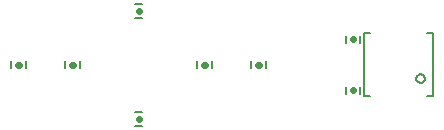
<source format=gbo>
G75*
%MOIN*%
%OFA0B0*%
%FSLAX25Y25*%
%IPPOS*%
%LPD*%
%AMOC8*
5,1,8,0,0,1.08239X$1,22.5*
%
%ADD10C,0.00600*%
%ADD11C,0.02200*%
%ADD12C,0.00500*%
D10*
X0065319Y0024138D02*
X0067681Y0024138D01*
X0067681Y0028862D02*
X0065319Y0028862D01*
X0046862Y0043319D02*
X0046862Y0045681D01*
X0042138Y0045681D02*
X0042138Y0043319D01*
X0028862Y0043319D02*
X0028862Y0045681D01*
X0024138Y0045681D02*
X0024138Y0043319D01*
X0065319Y0060138D02*
X0067681Y0060138D01*
X0067681Y0064862D02*
X0065319Y0064862D01*
X0086138Y0045681D02*
X0086138Y0043319D01*
X0090862Y0043319D02*
X0090862Y0045681D01*
X0104138Y0045681D02*
X0104138Y0043319D01*
X0108862Y0043319D02*
X0108862Y0045681D01*
X0135638Y0051819D02*
X0135638Y0054181D01*
X0140362Y0054181D02*
X0140362Y0051819D01*
X0140362Y0037181D02*
X0140362Y0034819D01*
X0135638Y0034819D02*
X0135638Y0037181D01*
D11*
X0137880Y0036000D02*
X0138120Y0036000D01*
X0106620Y0044500D02*
X0106380Y0044500D01*
X0088620Y0044500D02*
X0088380Y0044500D01*
X0066500Y0062380D02*
X0066500Y0062620D01*
X0044620Y0044500D02*
X0044380Y0044500D01*
X0026620Y0044500D02*
X0026380Y0044500D01*
X0066500Y0026620D02*
X0066500Y0026380D01*
X0137880Y0053000D02*
X0138120Y0053000D01*
D12*
X0141500Y0055000D02*
X0143500Y0055000D01*
X0141500Y0055000D02*
X0141500Y0034000D01*
X0143500Y0034000D01*
X0159086Y0040000D02*
X0159088Y0040075D01*
X0159094Y0040149D01*
X0159104Y0040223D01*
X0159117Y0040296D01*
X0159135Y0040369D01*
X0159156Y0040440D01*
X0159181Y0040511D01*
X0159210Y0040580D01*
X0159243Y0040647D01*
X0159279Y0040712D01*
X0159318Y0040776D01*
X0159360Y0040837D01*
X0159406Y0040896D01*
X0159455Y0040953D01*
X0159507Y0041006D01*
X0159561Y0041057D01*
X0159618Y0041106D01*
X0159678Y0041150D01*
X0159740Y0041192D01*
X0159804Y0041231D01*
X0159870Y0041266D01*
X0159937Y0041297D01*
X0160007Y0041325D01*
X0160077Y0041349D01*
X0160149Y0041370D01*
X0160222Y0041386D01*
X0160295Y0041399D01*
X0160370Y0041408D01*
X0160444Y0041413D01*
X0160519Y0041414D01*
X0160593Y0041411D01*
X0160668Y0041404D01*
X0160741Y0041393D01*
X0160815Y0041379D01*
X0160887Y0041360D01*
X0160958Y0041338D01*
X0161028Y0041312D01*
X0161097Y0041282D01*
X0161163Y0041249D01*
X0161228Y0041212D01*
X0161291Y0041172D01*
X0161352Y0041128D01*
X0161410Y0041082D01*
X0161466Y0041032D01*
X0161519Y0040980D01*
X0161570Y0040925D01*
X0161617Y0040867D01*
X0161661Y0040807D01*
X0161702Y0040744D01*
X0161740Y0040680D01*
X0161774Y0040614D01*
X0161805Y0040545D01*
X0161832Y0040476D01*
X0161855Y0040405D01*
X0161874Y0040333D01*
X0161890Y0040260D01*
X0161902Y0040186D01*
X0161910Y0040112D01*
X0161914Y0040037D01*
X0161914Y0039963D01*
X0161910Y0039888D01*
X0161902Y0039814D01*
X0161890Y0039740D01*
X0161874Y0039667D01*
X0161855Y0039595D01*
X0161832Y0039524D01*
X0161805Y0039455D01*
X0161774Y0039386D01*
X0161740Y0039320D01*
X0161702Y0039256D01*
X0161661Y0039193D01*
X0161617Y0039133D01*
X0161570Y0039075D01*
X0161519Y0039020D01*
X0161466Y0038968D01*
X0161410Y0038918D01*
X0161352Y0038872D01*
X0161291Y0038828D01*
X0161228Y0038788D01*
X0161163Y0038751D01*
X0161097Y0038718D01*
X0161028Y0038688D01*
X0160958Y0038662D01*
X0160887Y0038640D01*
X0160815Y0038621D01*
X0160741Y0038607D01*
X0160668Y0038596D01*
X0160593Y0038589D01*
X0160519Y0038586D01*
X0160444Y0038587D01*
X0160370Y0038592D01*
X0160295Y0038601D01*
X0160222Y0038614D01*
X0160149Y0038630D01*
X0160077Y0038651D01*
X0160007Y0038675D01*
X0159937Y0038703D01*
X0159870Y0038734D01*
X0159804Y0038769D01*
X0159740Y0038808D01*
X0159678Y0038850D01*
X0159618Y0038894D01*
X0159561Y0038943D01*
X0159507Y0038994D01*
X0159455Y0039047D01*
X0159406Y0039104D01*
X0159360Y0039163D01*
X0159318Y0039224D01*
X0159279Y0039288D01*
X0159243Y0039353D01*
X0159210Y0039420D01*
X0159181Y0039489D01*
X0159156Y0039560D01*
X0159135Y0039631D01*
X0159117Y0039704D01*
X0159104Y0039777D01*
X0159094Y0039851D01*
X0159088Y0039925D01*
X0159086Y0040000D01*
X0162500Y0034000D02*
X0164500Y0034000D01*
X0164500Y0055000D01*
X0162500Y0055000D01*
M02*

</source>
